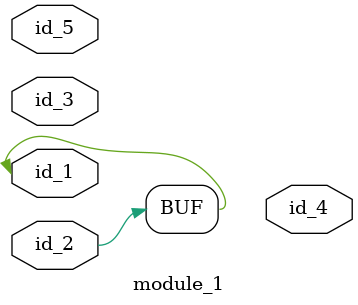
<source format=v>
module module_0;
  wire id_1;
  always #1 id_2 = new;
  wire id_3, id_4;
  tri id_5, id_6, id_7, id_8 = 1, id_9, id_10 = id_7, id_11;
  wire id_12, id_13;
  assign id_6 = -1;
  wire id_14;
  localparam id_15 = 1;
  wire id_16;
endmodule
module module_1 (
    id_1,
    id_2,
    id_3,
    id_4,
    id_5
);
  inout wire id_5;
  output wire id_4;
  input wire id_3;
  input wire id_2;
  inout wire id_1;
  wire id_6;
  initial id_1 = id_2;
  module_0 modCall_1 ();
endmodule

</source>
